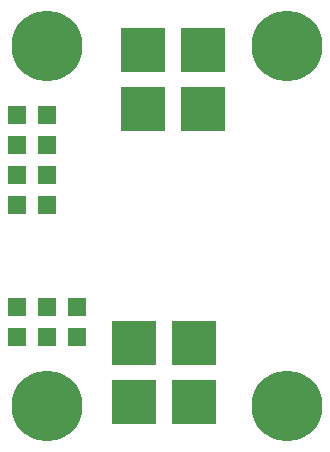
<source format=gbr>
G04 #@! TF.FileFunction,Soldermask,Top*
%FSLAX46Y46*%
G04 Gerber Fmt 4.6, Leading zero omitted, Abs format (unit mm)*
G04 Created by KiCad (PCBNEW (2015-05-13 BZR 5653)-product) date 7. 1. 2016 10:07:51*
%MOMM*%
G01*
G04 APERTURE LIST*
%ADD10C,0.300000*%
%ADD11R,1.524000X1.524000*%
%ADD12R,3.810000X3.810000*%
%ADD13C,6.000000*%
G04 APERTURE END LIST*
D10*
D11*
X129540000Y-96266000D03*
X127000000Y-96266000D03*
X132080000Y-93726000D03*
X132080000Y-96266000D03*
D12*
X136906000Y-101774000D03*
X136906000Y-96774000D03*
X141986000Y-101774000D03*
X141986000Y-96774000D03*
D11*
X127000000Y-77470000D03*
X129540000Y-77470000D03*
X127000000Y-80010000D03*
X129540000Y-80010000D03*
X127000000Y-82550000D03*
X129540000Y-82550000D03*
X127000000Y-85090000D03*
X129540000Y-85090000D03*
D12*
X142748000Y-71962000D03*
X142748000Y-76962000D03*
X137668000Y-71962000D03*
X137668000Y-76962000D03*
D13*
X149840000Y-102108000D03*
X149840000Y-71628000D03*
X129540000Y-71628000D03*
X129540000Y-102108000D03*
D11*
X129540000Y-93726000D03*
X127000000Y-93726000D03*
M02*

</source>
